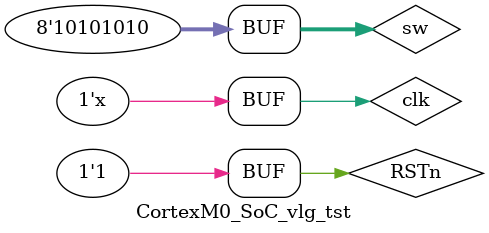
<source format=v>
`timescale 1 ps/ 1 ps
module CortexM0_SoC_vlg_tst();

reg clk;
reg RSTn;
reg [7:0] sw;
                        
CortexM0_SoC i1 (
    .clk(clk),
    .RSTn(RSTn),
    .SW(sw)
);

initial begin                                                  
    clk = 0;
    RSTn=0;
    #100
    RSTn=1;
    sw = 8'haa;
end  
    
always begin                                                  
    #10 clk = ~clk;
end       

endmodule

</source>
